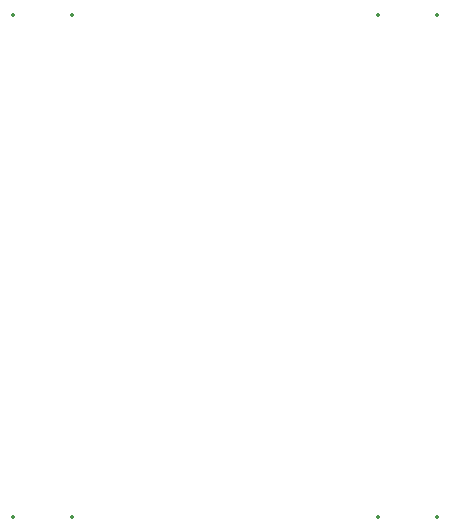
<source format=gbr>
%TF.GenerationSoftware,KiCad,Pcbnew,9.0.0*%
%TF.CreationDate,2025-03-11T18:23:01+02:00*%
%TF.ProjectId,LGS5145 Voltage Regulator,4c475335-3134-4352-9056-6f6c74616765,rev?*%
%TF.SameCoordinates,Original*%
%TF.FileFunction,Legend,Bot*%
%TF.FilePolarity,Positive*%
%FSLAX46Y46*%
G04 Gerber Fmt 4.6, Leading zero omitted, Abs format (unit mm)*
G04 Created by KiCad (PCBNEW 9.0.0) date 2025-03-11 18:23:01*
%MOMM*%
%LPD*%
G01*
G04 APERTURE LIST*
%ADD10C,0.350000*%
G04 APERTURE END LIST*
D10*
X245500000Y-48050000D03*
X240500000Y-48050000D03*
X240500000Y-90600000D03*
X245500000Y-90600000D03*
X214600000Y-48050000D03*
X209600000Y-48050000D03*
X209600000Y-90600000D03*
X214600000Y-90600000D03*
M02*

</source>
